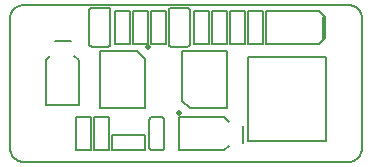
<source format=gbo>
G75*
G70*
%OFA0B0*%
%FSLAX24Y24*%
%IPPOS*%
%LPD*%
%AMOC8*
5,1,8,0,0,1.08239X$1,22.5*
%
%ADD10C,0.0060*%
%ADD11C,0.0050*%
%ADD12C,0.0200*%
%ADD13C,0.0080*%
D10*
X000860Y000210D02*
X011610Y000210D01*
X011654Y000212D01*
X011697Y000218D01*
X011739Y000227D01*
X011781Y000240D01*
X011821Y000257D01*
X011860Y000277D01*
X011897Y000300D01*
X011931Y000327D01*
X011964Y000356D01*
X011993Y000389D01*
X012020Y000423D01*
X012043Y000460D01*
X012063Y000499D01*
X012080Y000539D01*
X012093Y000581D01*
X012102Y000623D01*
X012108Y000666D01*
X012110Y000710D01*
X012110Y004960D01*
X012108Y005004D01*
X012102Y005047D01*
X012093Y005089D01*
X012080Y005131D01*
X012063Y005171D01*
X012043Y005210D01*
X012020Y005247D01*
X011993Y005281D01*
X011964Y005314D01*
X011931Y005343D01*
X011897Y005370D01*
X011860Y005393D01*
X011821Y005413D01*
X011781Y005430D01*
X011739Y005443D01*
X011697Y005452D01*
X011654Y005458D01*
X011610Y005460D01*
X000860Y005460D01*
X000816Y005458D01*
X000773Y005452D01*
X000731Y005443D01*
X000689Y005430D01*
X000649Y005413D01*
X000610Y005393D01*
X000573Y005370D01*
X000539Y005343D01*
X000506Y005314D01*
X000477Y005281D01*
X000450Y005247D01*
X000427Y005210D01*
X000407Y005171D01*
X000390Y005131D01*
X000377Y005089D01*
X000368Y005047D01*
X000362Y005004D01*
X000360Y004960D01*
X000360Y000710D01*
X000362Y000666D01*
X000368Y000623D01*
X000377Y000581D01*
X000390Y000539D01*
X000407Y000499D01*
X000427Y000460D01*
X000450Y000423D01*
X000477Y000389D01*
X000506Y000356D01*
X000539Y000327D01*
X000573Y000300D01*
X000610Y000277D01*
X000649Y000257D01*
X000689Y000240D01*
X000731Y000227D01*
X000773Y000218D01*
X000816Y000212D01*
X000860Y000210D01*
D11*
X002560Y000610D02*
X003060Y000610D01*
X003060Y001710D01*
X002560Y001710D01*
X002560Y000610D01*
X003160Y000610D02*
X003660Y000610D01*
X003660Y001710D01*
X003160Y001710D01*
X003160Y000610D01*
X003760Y000610D02*
X004860Y000610D01*
X004860Y001110D01*
X003760Y001110D01*
X003760Y000610D01*
X005010Y000710D02*
X005010Y001610D01*
X005012Y001627D01*
X005016Y001644D01*
X005023Y001660D01*
X005033Y001674D01*
X005046Y001687D01*
X005060Y001697D01*
X005076Y001704D01*
X005093Y001708D01*
X005110Y001710D01*
X005410Y001710D01*
X005427Y001708D01*
X005444Y001704D01*
X005460Y001697D01*
X005474Y001687D01*
X005487Y001674D01*
X005497Y001660D01*
X005504Y001644D01*
X005508Y001627D01*
X005510Y001610D01*
X005510Y000710D01*
X005508Y000693D01*
X005504Y000676D01*
X005497Y000660D01*
X005487Y000646D01*
X005474Y000633D01*
X005460Y000623D01*
X005444Y000616D01*
X005427Y000612D01*
X005410Y000610D01*
X005110Y000610D01*
X005093Y000612D01*
X005076Y000616D01*
X005060Y000623D01*
X005046Y000633D01*
X005033Y000646D01*
X005023Y000660D01*
X005016Y000676D01*
X005012Y000693D01*
X005010Y000710D01*
X006010Y000610D02*
X006010Y001710D01*
X007510Y001710D01*
X007660Y001560D01*
X007610Y002010D02*
X006360Y002010D01*
X006110Y002260D01*
X006110Y003910D01*
X007610Y003910D01*
X007610Y002010D01*
X008311Y000912D02*
X010909Y000912D01*
X010909Y003708D01*
X008311Y003708D01*
X008311Y000912D01*
X007660Y000760D02*
X007510Y000610D01*
X006010Y000610D01*
X004860Y002010D02*
X003360Y002010D01*
X003360Y003910D01*
X004610Y003910D01*
X004860Y003660D01*
X004860Y002010D01*
X002660Y002110D02*
X001560Y002110D01*
X001560Y003610D01*
X001710Y003760D01*
X002510Y003760D02*
X002660Y003610D01*
X002660Y002110D01*
X003110Y004060D02*
X003610Y004060D01*
X003627Y004062D01*
X003644Y004066D01*
X003660Y004073D01*
X003674Y004083D01*
X003687Y004096D01*
X003697Y004110D01*
X003704Y004126D01*
X003708Y004143D01*
X003710Y004160D01*
X003710Y005260D01*
X003708Y005277D01*
X003704Y005294D01*
X003697Y005310D01*
X003687Y005324D01*
X003674Y005337D01*
X003660Y005347D01*
X003644Y005354D01*
X003627Y005358D01*
X003610Y005360D01*
X003110Y005360D01*
X003093Y005358D01*
X003076Y005354D01*
X003060Y005347D01*
X003046Y005337D01*
X003033Y005324D01*
X003023Y005310D01*
X003016Y005294D01*
X003012Y005277D01*
X003010Y005260D01*
X003010Y004160D01*
X003012Y004143D01*
X003016Y004126D01*
X003023Y004110D01*
X003033Y004096D01*
X003046Y004083D01*
X003060Y004073D01*
X003076Y004066D01*
X003093Y004062D01*
X003110Y004060D01*
X003860Y004160D02*
X004360Y004160D01*
X004360Y005260D01*
X003860Y005260D01*
X003860Y004160D01*
X004460Y004160D02*
X004960Y004160D01*
X004960Y005260D01*
X004460Y005260D01*
X004460Y004160D01*
X005060Y004160D02*
X005560Y004160D01*
X005560Y005260D01*
X005060Y005260D01*
X005060Y004160D01*
X005660Y004160D02*
X005660Y005260D01*
X005662Y005277D01*
X005666Y005294D01*
X005673Y005310D01*
X005683Y005324D01*
X005696Y005337D01*
X005710Y005347D01*
X005726Y005354D01*
X005743Y005358D01*
X005760Y005360D01*
X006260Y005360D01*
X006277Y005358D01*
X006294Y005354D01*
X006310Y005347D01*
X006324Y005337D01*
X006337Y005324D01*
X006347Y005310D01*
X006354Y005294D01*
X006358Y005277D01*
X006360Y005260D01*
X006360Y004160D01*
X006358Y004143D01*
X006354Y004126D01*
X006347Y004110D01*
X006337Y004096D01*
X006324Y004083D01*
X006310Y004073D01*
X006294Y004066D01*
X006277Y004062D01*
X006260Y004060D01*
X005760Y004060D01*
X005743Y004062D01*
X005726Y004066D01*
X005710Y004073D01*
X005696Y004083D01*
X005683Y004096D01*
X005673Y004110D01*
X005666Y004126D01*
X005662Y004143D01*
X005660Y004160D01*
X006510Y004160D02*
X007010Y004160D01*
X007010Y005260D01*
X006510Y005260D01*
X006510Y004160D01*
X007110Y004160D02*
X007610Y004160D01*
X007610Y005260D01*
X007110Y005260D01*
X007110Y004160D01*
X007710Y004160D02*
X008210Y004160D01*
X008210Y005260D01*
X007710Y005260D01*
X007710Y004160D01*
X008310Y004160D02*
X008810Y004160D01*
X008810Y005260D01*
X008310Y005260D01*
X008310Y004160D01*
X008910Y004160D02*
X010660Y004160D01*
X010860Y004360D01*
X010860Y005060D01*
X010660Y005260D01*
X008910Y005260D01*
X008910Y004160D01*
D12*
X004960Y004060D03*
X006010Y001860D03*
D13*
X008135Y001410D02*
X008135Y000860D01*
X002410Y004235D02*
X001860Y004235D01*
X010800Y004360D02*
X010800Y005060D01*
M02*

</source>
